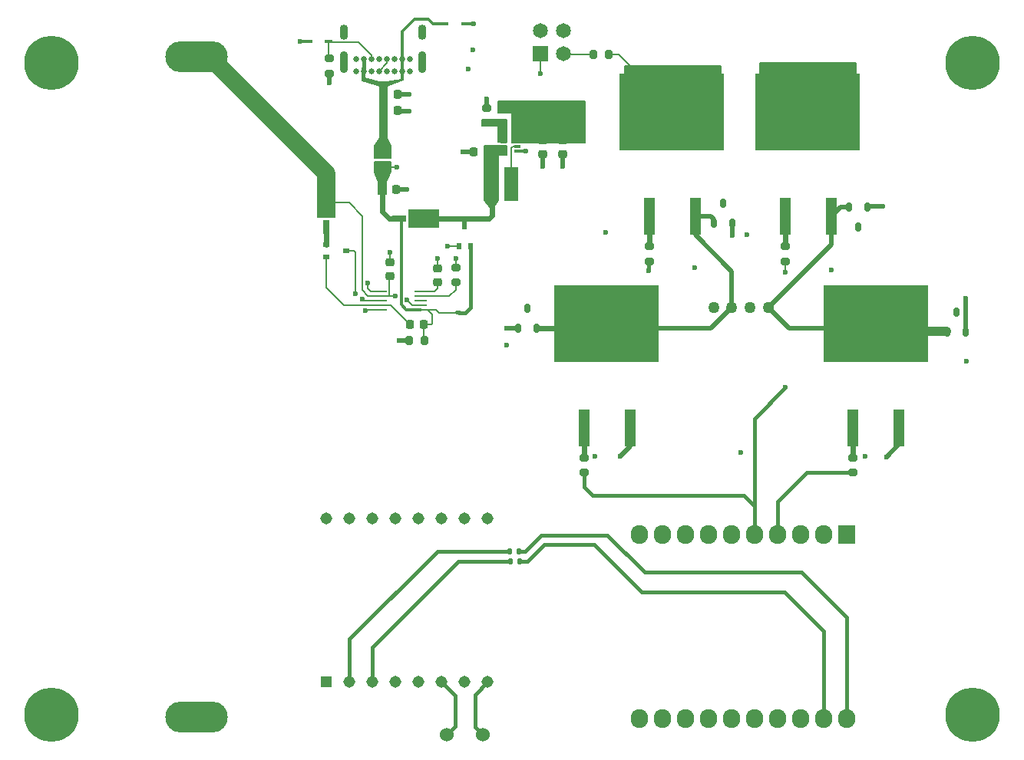
<source format=gbr>
%TF.GenerationSoftware,KiCad,Pcbnew,8.0.0*%
%TF.CreationDate,2025-02-08T12:11:07-03:30*%
%TF.ProjectId,H_Bridges,485f4272-6964-4676-9573-2e6b69636164,rev?*%
%TF.SameCoordinates,Original*%
%TF.FileFunction,Copper,L1,Top*%
%TF.FilePolarity,Positive*%
%FSLAX46Y46*%
G04 Gerber Fmt 4.6, Leading zero omitted, Abs format (unit mm)*
G04 Created by KiCad (PCBNEW 8.0.0) date 2025-02-08 12:11:07*
%MOMM*%
%LPD*%
G01*
G04 APERTURE LIST*
G04 Aperture macros list*
%AMRoundRect*
0 Rectangle with rounded corners*
0 $1 Rounding radius*
0 $2 $3 $4 $5 $6 $7 $8 $9 X,Y pos of 4 corners*
0 Add a 4 corners polygon primitive as box body*
4,1,4,$2,$3,$4,$5,$6,$7,$8,$9,$2,$3,0*
0 Add four circle primitives for the rounded corners*
1,1,$1+$1,$2,$3*
1,1,$1+$1,$4,$5*
1,1,$1+$1,$6,$7*
1,1,$1+$1,$8,$9*
0 Add four rect primitives between the rounded corners*
20,1,$1+$1,$2,$3,$4,$5,0*
20,1,$1+$1,$4,$5,$6,$7,0*
20,1,$1+$1,$6,$7,$8,$9,0*
20,1,$1+$1,$8,$9,$2,$3,0*%
G04 Aperture macros list end*
%TA.AperFunction,Conductor*%
%ADD10C,0.200000*%
%TD*%
%TA.AperFunction,SMDPad,CuDef*%
%ADD11RoundRect,0.200000X0.275000X-0.200000X0.275000X0.200000X-0.275000X0.200000X-0.275000X-0.200000X0*%
%TD*%
%TA.AperFunction,SMDPad,CuDef*%
%ADD12R,1.244600X4.064000*%
%TD*%
%TA.AperFunction,SMDPad,CuDef*%
%ADD13R,11.531600X8.559800*%
%TD*%
%TA.AperFunction,SMDPad,CuDef*%
%ADD14R,1.358900X0.279400*%
%TD*%
%TA.AperFunction,ComponentPad*%
%ADD15C,3.400000*%
%TD*%
%TA.AperFunction,ConnectorPad*%
%ADD16C,6.000000*%
%TD*%
%TA.AperFunction,SMDPad,CuDef*%
%ADD17R,0.500000X0.750000*%
%TD*%
%TA.AperFunction,SMDPad,CuDef*%
%ADD18RoundRect,0.200000X-0.275000X0.200000X-0.275000X-0.200000X0.275000X-0.200000X0.275000X0.200000X0*%
%TD*%
%TA.AperFunction,SMDPad,CuDef*%
%ADD19R,2.082800X3.429000*%
%TD*%
%TA.AperFunction,SMDPad,CuDef*%
%ADD20R,0.711200X1.524000*%
%TD*%
%TA.AperFunction,SMDPad,CuDef*%
%ADD21RoundRect,0.135000X0.135000X0.185000X-0.135000X0.185000X-0.135000X-0.185000X0.135000X-0.185000X0*%
%TD*%
%TA.AperFunction,SMDPad,CuDef*%
%ADD22RoundRect,0.225000X0.225000X0.250000X-0.225000X0.250000X-0.225000X-0.250000X0.225000X-0.250000X0*%
%TD*%
%TA.AperFunction,ComponentPad*%
%ADD23O,6.880000X3.440000*%
%TD*%
%TA.AperFunction,SMDPad,CuDef*%
%ADD24RoundRect,0.225000X-0.225000X-0.250000X0.225000X-0.250000X0.225000X0.250000X-0.225000X0.250000X0*%
%TD*%
%TA.AperFunction,SMDPad,CuDef*%
%ADD25RoundRect,0.150000X0.150000X-0.350000X0.150000X0.350000X-0.150000X0.350000X-0.150000X-0.350000X0*%
%TD*%
%TA.AperFunction,ComponentPad*%
%ADD26C,0.650000*%
%TD*%
%TA.AperFunction,ComponentPad*%
%ADD27O,0.900000X1.700000*%
%TD*%
%TA.AperFunction,ComponentPad*%
%ADD28O,0.900000X2.400000*%
%TD*%
%TA.AperFunction,ComponentPad*%
%ADD29R,1.900000X2.100000*%
%TD*%
%TA.AperFunction,ComponentPad*%
%ADD30O,1.900000X2.100000*%
%TD*%
%TA.AperFunction,SMDPad,CuDef*%
%ADD31R,0.670001X0.299999*%
%TD*%
%TA.AperFunction,ComponentPad*%
%ADD32C,1.524000*%
%TD*%
%TA.AperFunction,SMDPad,CuDef*%
%ADD33RoundRect,0.200000X0.200000X0.275000X-0.200000X0.275000X-0.200000X-0.275000X0.200000X-0.275000X0*%
%TD*%
%TA.AperFunction,ComponentPad*%
%ADD34R,1.308000X1.308000*%
%TD*%
%TA.AperFunction,ComponentPad*%
%ADD35C,1.308000*%
%TD*%
%TA.AperFunction,SMDPad,CuDef*%
%ADD36RoundRect,0.225000X0.250000X-0.225000X0.250000X0.225000X-0.250000X0.225000X-0.250000X-0.225000X0*%
%TD*%
%TA.AperFunction,SMDPad,CuDef*%
%ADD37RoundRect,0.225000X-0.250000X0.225000X-0.250000X-0.225000X0.250000X-0.225000X0.250000X0.225000X0*%
%TD*%
%TA.AperFunction,SMDPad,CuDef*%
%ADD38R,3.429000X2.082800*%
%TD*%
%TA.AperFunction,SMDPad,CuDef*%
%ADD39R,1.524000X0.711200*%
%TD*%
%TA.AperFunction,ComponentPad*%
%ADD40R,1.651000X1.651000*%
%TD*%
%TA.AperFunction,ComponentPad*%
%ADD41C,1.651000*%
%TD*%
%TA.AperFunction,SMDPad,CuDef*%
%ADD42R,0.812800X0.355600*%
%TD*%
%TA.AperFunction,SMDPad,CuDef*%
%ADD43RoundRect,0.200000X-0.200000X-0.275000X0.200000X-0.275000X0.200000X0.275000X-0.200000X0.275000X0*%
%TD*%
%TA.AperFunction,SMDPad,CuDef*%
%ADD44R,1.470000X1.200000*%
%TD*%
%TA.AperFunction,SMDPad,CuDef*%
%ADD45RoundRect,0.150000X-0.150000X0.350000X-0.150000X-0.350000X0.150000X-0.350000X0.150000X0.350000X0*%
%TD*%
%TA.AperFunction,SMDPad,CuDef*%
%ADD46R,0.750000X0.500000*%
%TD*%
%TA.AperFunction,SMDPad,CuDef*%
%ADD47R,1.500000X3.800000*%
%TD*%
%TA.AperFunction,ComponentPad*%
%ADD48C,1.270000*%
%TD*%
%TA.AperFunction,ViaPad*%
%ADD49C,0.600000*%
%TD*%
%TA.AperFunction,Conductor*%
%ADD50C,0.500000*%
%TD*%
%TA.AperFunction,Conductor*%
%ADD51C,0.300000*%
%TD*%
%TA.AperFunction,Conductor*%
%ADD52C,2.000000*%
%TD*%
%TA.AperFunction,Conductor*%
%ADD53C,0.450000*%
%TD*%
%TA.AperFunction,Conductor*%
%ADD54C,0.600000*%
%TD*%
%TA.AperFunction,Conductor*%
%ADD55C,0.400000*%
%TD*%
%TA.AperFunction,Conductor*%
%ADD56C,1.000000*%
%TD*%
G04 APERTURE END LIST*
D10*
%TO.N,/Charger/VBUS*%
X120250000Y-53970000D02*
X121850000Y-54370000D01*
X122650000Y-54370000D01*
X124300000Y-54070000D01*
X124300000Y-52820000D01*
X124450000Y-52820000D01*
X124450000Y-54120000D01*
X122650000Y-54770000D01*
X122650000Y-57820000D01*
X122650000Y-57870000D01*
X121900000Y-57870000D01*
X121900000Y-57580000D01*
X121900000Y-54770000D01*
X120000000Y-54170000D01*
X120000000Y-52770000D01*
X120250000Y-52770000D01*
X120250000Y-53970000D01*
%TA.AperFunction,Conductor*%
G36*
X120250000Y-53970000D02*
G01*
X121850000Y-54370000D01*
X122650000Y-54370000D01*
X124300000Y-54070000D01*
X124300000Y-52820000D01*
X124450000Y-52820000D01*
X124450000Y-54120000D01*
X122650000Y-54770000D01*
X122650000Y-57820000D01*
X122650000Y-57870000D01*
X121900000Y-57870000D01*
X121900000Y-57580000D01*
X121900000Y-54770000D01*
X120000000Y-54170000D01*
X120000000Y-52770000D01*
X120250000Y-52770000D01*
X120250000Y-53970000D01*
G37*
%TD.AperFunction*%
X122640000Y-60530000D02*
X123100000Y-61360000D01*
X123100000Y-62710000D01*
X121300000Y-62710000D01*
X121300000Y-61360000D01*
X121900000Y-60560000D01*
X121890000Y-57570000D01*
X122640000Y-57570000D01*
X122640000Y-60530000D01*
%TA.AperFunction,Conductor*%
G36*
X122640000Y-60530000D02*
G01*
X123100000Y-61360000D01*
X123100000Y-62710000D01*
X121300000Y-62710000D01*
X121300000Y-61360000D01*
X121900000Y-60560000D01*
X121890000Y-57570000D01*
X122640000Y-57570000D01*
X122640000Y-60530000D01*
G37*
%TD.AperFunction*%
%TO.N,+5V*%
X144550000Y-61050000D02*
X136500000Y-61050000D01*
X136500000Y-57750000D01*
X135000000Y-57750000D01*
X135000000Y-56450000D01*
X144550000Y-56450000D01*
X144550000Y-61050000D01*
%TA.AperFunction,Conductor*%
G36*
X144550000Y-61050000D02*
G01*
X136500000Y-61050000D01*
X136500000Y-57750000D01*
X135000000Y-57750000D01*
X135000000Y-56450000D01*
X144550000Y-56450000D01*
X144550000Y-61050000D01*
G37*
%TD.AperFunction*%
%TO.N,VCC*%
X135900000Y-62400000D02*
X135000000Y-62400000D01*
X135000000Y-67400000D01*
X133450000Y-67400000D01*
X133450000Y-61400000D01*
X135900000Y-61400000D01*
X135900000Y-62400000D01*
%TA.AperFunction,Conductor*%
G36*
X135900000Y-62400000D02*
G01*
X135000000Y-62400000D01*
X135000000Y-67400000D01*
X133450000Y-67400000D01*
X133450000Y-61400000D01*
X135900000Y-61400000D01*
X135900000Y-62400000D01*
G37*
%TD.AperFunction*%
%TO.N,VDD*%
X123100000Y-64310000D02*
X122600000Y-65360000D01*
X122600000Y-66710000D01*
X121750000Y-66710000D01*
X121750000Y-65360000D01*
X121300000Y-64360000D01*
X121300000Y-63160000D01*
X123100000Y-63160000D01*
X123100000Y-64310000D01*
%TA.AperFunction,Conductor*%
G36*
X123100000Y-64310000D02*
G01*
X122600000Y-65360000D01*
X122600000Y-66710000D01*
X121750000Y-66710000D01*
X121750000Y-65360000D01*
X121300000Y-64360000D01*
X121300000Y-63160000D01*
X123100000Y-63160000D01*
X123100000Y-64310000D01*
G37*
%TD.AperFunction*%
%TO.N,VCC*%
X135000000Y-67400000D02*
X134450000Y-68150000D01*
X134000000Y-68150000D01*
X133450000Y-67400000D01*
X133450000Y-63000000D01*
X135000000Y-63000000D01*
X135000000Y-67400000D01*
%TA.AperFunction,Conductor*%
G36*
X135000000Y-67400000D02*
G01*
X134450000Y-68150000D01*
X134000000Y-68150000D01*
X133450000Y-67400000D01*
X133450000Y-63000000D01*
X135000000Y-63000000D01*
X135000000Y-67400000D01*
G37*
%TD.AperFunction*%
%TO.N,+5V*%
X148900000Y-52550000D02*
X159500000Y-52550000D01*
X159500000Y-56950000D01*
X148900000Y-56950000D01*
X148900000Y-52550000D01*
%TA.AperFunction,Conductor*%
G36*
X148900000Y-52550000D02*
G01*
X159500000Y-52550000D01*
X159500000Y-56950000D01*
X148900000Y-56950000D01*
X148900000Y-52550000D01*
G37*
%TD.AperFunction*%
%TO.N,Net-(U3-FB)*%
X135900000Y-61000000D02*
X135000000Y-61000000D01*
X135000000Y-59200000D01*
X133200000Y-59200000D01*
X133200000Y-58550000D01*
X135900000Y-58550000D01*
X135900000Y-61000000D01*
%TA.AperFunction,Conductor*%
G36*
X135900000Y-61000000D02*
G01*
X135000000Y-61000000D01*
X135000000Y-59200000D01*
X133200000Y-59200000D01*
X133200000Y-58550000D01*
X135900000Y-58550000D01*
X135900000Y-61000000D01*
G37*
%TD.AperFunction*%
%TO.N,VDD*%
X130800000Y-79950000D02*
X130500000Y-79950000D01*
X130200000Y-79850000D01*
X130200000Y-79800000D01*
X130500000Y-79700000D01*
X130800000Y-79700000D01*
X130800000Y-79950000D01*
%TA.AperFunction,Conductor*%
G36*
X130800000Y-79950000D02*
G01*
X130500000Y-79950000D01*
X130200000Y-79850000D01*
X130200000Y-79800000D01*
X130500000Y-79700000D01*
X130800000Y-79700000D01*
X130800000Y-79950000D01*
G37*
%TD.AperFunction*%
%TO.N,+5V*%
X163850000Y-52250000D02*
X174450000Y-52250000D01*
X174450000Y-56650000D01*
X163850000Y-56650000D01*
X163850000Y-52250000D01*
%TA.AperFunction,Conductor*%
G36*
X163850000Y-52250000D02*
G01*
X174450000Y-52250000D01*
X174450000Y-56650000D01*
X163850000Y-56650000D01*
X163850000Y-52250000D01*
G37*
%TD.AperFunction*%
%TD*%
D11*
%TO.P,R1,1*%
%TO.N,/P1*%
X166640750Y-74165750D03*
%TO.P,R1,2*%
%TO.N,Net-(Q1-Pad1)*%
X166640750Y-72515750D03*
%TD*%
D12*
%TO.P,Q3,1*%
%TO.N,Net-(Q3-Pad1)*%
X151600750Y-69177050D03*
D13*
%TO.P,Q3,2*%
%TO.N,+5V*%
X154089950Y-57658150D03*
D12*
%TO.P,Q3,3*%
%TO.N,/Coil_A-*%
X156680750Y-69177050D03*
%TD*%
D14*
%TO.P,U2,1,IN*%
%TO.N,VDD*%
X126392350Y-79500001D03*
%TO.P,U2,2,\u002ACHG*%
%TO.N,Net-(U2-\u002ACHG)*%
X126392350Y-78999999D03*
%TO.P,U2,3,EN/OK*%
%TO.N,unconnected-(U2-EN{slash}OK-Pad3)*%
X126392350Y-78500000D03*
%TO.P,U2,4,ISET*%
%TO.N,Net-(U2-ISET)*%
X126392350Y-78000001D03*
%TO.P,U2,5,CT*%
%TO.N,Net-(U2-CT)*%
X126392350Y-77499999D03*
%TO.P,U2,6,RSTRT*%
%TO.N,GND*%
X121985450Y-77499999D03*
%TO.P,U2,7,BATT*%
%TO.N,Net-(D10-K)*%
X121985450Y-78000001D03*
%TO.P,U2,8,GND*%
%TO.N,GND*%
X121985450Y-78500000D03*
%TO.P,U2,9,DRV*%
%TO.N,Net-(Q10-G)*%
X121985450Y-78999999D03*
%TO.P,U2,10,CS*%
%TO.N,Net-(Q10-S)*%
X121985450Y-79500001D03*
%TD*%
D15*
%TO.P,H4,1*%
%TO.N,unconnected-(H4-Pad1)*%
X187300000Y-124200000D03*
D16*
X187300000Y-124200000D03*
%TD*%
D17*
%TO.P,Q9,1,D*%
%TO.N,Net-(D10-K)*%
X130600000Y-72450000D03*
%TO.P,Q9,2,G*%
%TO.N,VDD*%
X131900000Y-72450000D03*
%TO.P,Q9,3,S*%
%TO.N,VCC*%
X131250000Y-70250000D03*
%TD*%
D15*
%TO.P,H1,1*%
%TO.N,unconnected-(H1-Pad1)*%
X187300000Y-52250000D03*
D16*
X187300000Y-52250000D03*
%TD*%
D11*
%TO.P,R4,1*%
%TO.N,/P1*%
X144440750Y-97465750D03*
%TO.P,R4,2*%
%TO.N,Net-(Q4-Pad1)*%
X144440750Y-95815750D03*
%TD*%
%TO.P,R2,1*%
%TO.N,/P2*%
X174100000Y-97475000D03*
%TO.P,R2,2*%
%TO.N,Net-(Q2-Pad1)*%
X174100000Y-95825000D03*
%TD*%
D18*
%TO.P,R14,1*%
%TO.N,/Charger/CC2*%
X116300000Y-51745000D03*
%TO.P,R14,2*%
%TO.N,GND*%
X116300000Y-53395000D03*
%TD*%
D19*
%TO.P,D10,1,K*%
%TO.N,Net-(D10-K)*%
X115997500Y-67647500D03*
D20*
%TO.P,D10,2,A*%
%TO.N,Net-(D10-A)*%
X115997500Y-70327200D03*
%TD*%
D12*
%TO.P,Q2,1*%
%TO.N,Net-(Q2-Pad1)*%
X174100750Y-92566950D03*
D13*
%TO.P,Q2,2*%
%TO.N,/Coil_A+*%
X176589950Y-81048050D03*
D12*
%TO.P,Q2,3*%
%TO.N,GND*%
X179180750Y-92566950D03*
%TD*%
D21*
%TO.P,R10,1*%
%TO.N,/MP3_TX*%
X137310000Y-107300000D03*
%TO.P,R10,2*%
%TO.N,Net-(U4-TX)*%
X136290000Y-107300000D03*
%TD*%
D15*
%TO.P,H3,1*%
%TO.N,unconnected-(H3-Pad1)*%
X85700000Y-124200000D03*
D16*
X85700000Y-124200000D03*
%TD*%
D22*
%TO.P,C2,1*%
%TO.N,VDD*%
X126775000Y-81150000D03*
%TO.P,C2,2*%
%TO.N,Net-(Q10-G)*%
X125225000Y-81150000D03*
%TD*%
D23*
%TO.P,BT1,N*%
%TO.N,GND*%
X101700000Y-124450000D03*
%TO.P,BT1,P*%
%TO.N,Net-(D10-K)*%
X101700000Y-51550000D03*
%TD*%
D15*
%TO.P,H2,1*%
%TO.N,unconnected-(H2-Pad1)*%
X85700000Y-52250000D03*
D16*
X85700000Y-52250000D03*
%TD*%
D24*
%TO.P,C5,1*%
%TO.N,/Charger/VBUS*%
X122275000Y-57530000D03*
%TO.P,C5,2*%
%TO.N,GND*%
X123825000Y-57530000D03*
%TD*%
D18*
%TO.P,R3,1*%
%TO.N,Net-(Q3-Pad1)*%
X151600000Y-72515750D03*
%TO.P,R3,2*%
%TO.N,/P2*%
X151600000Y-74165750D03*
%TD*%
D25*
%TO.P,D4,1,A*%
%TO.N,GND*%
X137170000Y-81550000D03*
%TO.P,D4,2,C*%
%TO.N,/Coil_A-*%
X139230000Y-81550000D03*
%TO.P,D4,3*%
%TO.N,N/C*%
X138200000Y-79350000D03*
%TD*%
D26*
%TO.P,J2,A1,GND*%
%TO.N,GND*%
X125225000Y-53180000D03*
%TO.P,J2,A4,VBUS*%
%TO.N,/Charger/VBUS*%
X124375000Y-53180000D03*
%TO.P,J2,A5,CC1*%
%TO.N,/Charger/CC1*%
X123525000Y-53180000D03*
%TO.P,J2,A6,DP1*%
%TO.N,/Charger/DP*%
X122675000Y-53180000D03*
%TO.P,J2,A7,DN1*%
%TO.N,/Charger/DN*%
X121825000Y-53180000D03*
%TO.P,J2,A8,SBU1*%
%TO.N,unconnected-(J2-SBU1-PadA8)*%
X120975000Y-53180000D03*
%TO.P,J2,A9,VBUS*%
%TO.N,/Charger/VBUS*%
X120125000Y-53180000D03*
%TO.P,J2,A12,GND*%
%TO.N,GND*%
X119275000Y-53180000D03*
%TO.P,J2,B1,GND*%
X119275000Y-51830000D03*
%TO.P,J2,B4,VBUS*%
%TO.N,/Charger/VBUS*%
X120125000Y-51830000D03*
%TO.P,J2,B5,CC2*%
%TO.N,/Charger/CC2*%
X120975000Y-51830000D03*
%TO.P,J2,B6,DP2*%
%TO.N,/Charger/DP*%
X121825000Y-51830000D03*
%TO.P,J2,B7,DN2*%
%TO.N,/Charger/DN*%
X122675000Y-51830000D03*
%TO.P,J2,B8,SBU2*%
%TO.N,unconnected-(J2-SBU2-PadB8)*%
X123525000Y-51830000D03*
%TO.P,J2,B9,VBUS*%
%TO.N,/Charger/VBUS*%
X124375000Y-51830000D03*
%TO.P,J2,B12,GND*%
%TO.N,GND*%
X125225000Y-51830000D03*
D27*
%TO.P,J2,S1,SHELL*%
X126575000Y-48820000D03*
%TO.P,J2,S2,SHELL*%
X117925000Y-48820000D03*
D28*
%TO.P,J2,S3,SHELL*%
X126575000Y-52200000D03*
%TO.P,J2,S4,SHELL*%
X117925000Y-52200000D03*
%TD*%
D29*
%TO.P,U1,1,RESET_5V*%
%TO.N,unconnected-(U1-RESET_5V-Pad1)*%
X173390000Y-104300000D03*
D30*
%TO.P,U1,2,ADC*%
%TO.N,unconnected-(U1-ADC-Pad2)*%
X170850000Y-104300000D03*
%TO.P,U1,3,CH_PD*%
%TO.N,unconnected-(U1-CH_PD-Pad3)*%
X168310000Y-104300000D03*
%TO.P,U1,4,GPIO16*%
%TO.N,/P2*%
X165770000Y-104300000D03*
%TO.P,U1,5,GPIO14*%
%TO.N,/P1*%
X163230000Y-104300000D03*
%TO.P,U1,6,GPIO12*%
%TO.N,/P3*%
X160690000Y-104300000D03*
%TO.P,U1,7,GPIO13*%
%TO.N,/P4*%
X158150000Y-104300000D03*
%TO.P,U1,8,VIN*%
%TO.N,unconnected-(U1-VIN-Pad8)*%
X155610000Y-104300000D03*
%TO.P,U1,9,VBAT*%
%TO.N,+5V*%
X153070000Y-104300000D03*
%TO.P,U1,10,GND*%
%TO.N,GND*%
X150530000Y-104300000D03*
%TO.P,U1,11,GND*%
X150530000Y-124620000D03*
%TO.P,U1,12,LDO_EN*%
%TO.N,unconnected-(U1-LDO_EN-Pad12)*%
X153070000Y-124620000D03*
%TO.P,U1,13,3.3V*%
%TO.N,+3V3*%
X155610000Y-124620000D03*
%TO.P,U1,14,GPIO15*%
%TO.N,unconnected-(U1-GPIO15-Pad14)*%
X158150000Y-124620000D03*
%TO.P,U1,15,GPIO2*%
%TO.N,unconnected-(U1-GPIO2-Pad15)*%
X160690000Y-124620000D03*
%TO.P,U1,16,GPIO0*%
%TO.N,unconnected-(U1-GPIO0-Pad16)*%
X163230000Y-124620000D03*
%TO.P,U1,17,GPIO4*%
%TO.N,unconnected-(U1-GPIO4-Pad17)*%
X165770000Y-124620000D03*
%TO.P,U1,18,GPIO5*%
%TO.N,unconnected-(U1-GPIO5-Pad18)*%
X168310000Y-124620000D03*
%TO.P,U1,19,RXD*%
%TO.N,/MP3_TX*%
X170850000Y-124620000D03*
%TO.P,U1,20,TXD*%
%TO.N,/MP3_RX*%
X173390000Y-124620000D03*
%TD*%
D31*
%TO.P,U3,1,FB*%
%TO.N,Net-(U3-FB)*%
X135559999Y-60950832D03*
%TO.P,U3,2,EN*%
%TO.N,VCC*%
X135559999Y-61450831D03*
%TO.P,U3,3,VIN*%
X135559999Y-61950833D03*
%TO.P,U3,4,GND*%
%TO.N,GND*%
X137040001Y-61950833D03*
%TO.P,U3,5,SW*%
%TO.N,Net-(U3-SW)*%
X137040001Y-61450831D03*
%TO.P,U3,6,VOUT*%
%TO.N,+5V*%
X137040001Y-60950832D03*
%TD*%
D12*
%TO.P,Q4,1*%
%TO.N,Net-(Q4-Pad1)*%
X144400750Y-92566950D03*
D13*
%TO.P,Q4,2*%
%TO.N,/Coil_A-*%
X146889950Y-81048050D03*
D12*
%TO.P,Q4,3*%
%TO.N,GND*%
X149480750Y-92566950D03*
%TD*%
%TO.P,Q1,1*%
%TO.N,Net-(Q1-Pad1)*%
X166600750Y-69177050D03*
D13*
%TO.P,Q1,2*%
%TO.N,+5V*%
X169089950Y-57658150D03*
D12*
%TO.P,Q1,3*%
%TO.N,/Coil_A+*%
X171680750Y-69177050D03*
%TD*%
D18*
%TO.P,R15,1*%
%TO.N,+5V*%
X135400000Y-57275000D03*
%TO.P,R15,2*%
%TO.N,Net-(U3-FB)*%
X135400000Y-58925000D03*
%TD*%
D21*
%TO.P,R9,1*%
%TO.N,/MP3_RX*%
X137260000Y-106150000D03*
%TO.P,R9,2*%
%TO.N,Net-(U4-RX)*%
X136240000Y-106150000D03*
%TD*%
D22*
%TO.P,C8,1*%
%TO.N,VCC*%
X133800000Y-62050834D03*
%TO.P,C8,2*%
%TO.N,GND*%
X132250000Y-62050834D03*
%TD*%
D32*
%TO.P,LS1,1,1*%
%TO.N,/SPK+*%
X129250000Y-126450000D03*
%TO.P,LS1,2,2*%
%TO.N,/SPK-*%
X133250000Y-126450000D03*
%TD*%
D33*
%TO.P,R12,1*%
%TO.N,VDD*%
X126825000Y-82900000D03*
%TO.P,R12,2*%
%TO.N,GND*%
X125175000Y-82900000D03*
%TD*%
D34*
%TO.P,U4,1,VCC*%
%TO.N,+3V3*%
X116000000Y-120600000D03*
D35*
%TO.P,U4,2,RX*%
%TO.N,Net-(U4-RX)*%
X118540000Y-120600000D03*
%TO.P,U4,3,TX*%
%TO.N,Net-(U4-TX)*%
X121080000Y-120600000D03*
%TO.P,U4,4,DAC_R*%
%TO.N,unconnected-(U4-DAC_R-Pad4)*%
X123620000Y-120600000D03*
%TO.P,U4,5,DAC_L*%
%TO.N,unconnected-(U4-DAC_L-Pad5)*%
X126160000Y-120600000D03*
%TO.P,U4,6,SPK1*%
%TO.N,/SPK+*%
X128700000Y-120600000D03*
%TO.P,U4,7,GND*%
%TO.N,GND*%
X131240000Y-120600000D03*
%TO.P,U4,8,SPK2*%
%TO.N,/SPK-*%
X133780000Y-120600000D03*
%TO.P,U4,9,IO1*%
%TO.N,unconnected-(U4-IO1-Pad9)*%
X133780000Y-102566000D03*
%TO.P,U4,10,GND__1*%
%TO.N,GND*%
X131240000Y-102566000D03*
%TO.P,U4,11,IO2*%
%TO.N,unconnected-(U4-IO2-Pad11)*%
X128700000Y-102566000D03*
%TO.P,U4,12,ADKEY1*%
%TO.N,unconnected-(U4-ADKEY1-Pad12)*%
X126160000Y-102566000D03*
%TO.P,U4,13,ADKEY2*%
%TO.N,unconnected-(U4-ADKEY2-Pad13)*%
X123620000Y-102566000D03*
%TO.P,U4,14,USB+*%
%TO.N,unconnected-(U4-USB+-Pad14)*%
X121080000Y-102566000D03*
%TO.P,U4,15,USB-*%
%TO.N,unconnected-(U4-USB--Pad15)*%
X118540000Y-102566000D03*
%TO.P,U4,16,BUSY*%
%TO.N,unconnected-(U4-BUSY-Pad16)*%
X116000000Y-102566000D03*
%TD*%
D36*
%TO.P,C1,1*%
%TO.N,Net-(U2-CT)*%
X128275566Y-76475834D03*
%TO.P,C1,2*%
%TO.N,GND*%
X128275566Y-74925834D03*
%TD*%
D11*
%TO.P,R16,1*%
%TO.N,Net-(U3-FB)*%
X133700000Y-58875834D03*
%TO.P,R16,2*%
%TO.N,GND*%
X133700000Y-57225834D03*
%TD*%
D37*
%TO.P,C9,1*%
%TO.N,+5V*%
X142100000Y-60775834D03*
%TO.P,C9,2*%
%TO.N,GND*%
X142100000Y-62325834D03*
%TD*%
D25*
%TO.P,D1,1,A*%
%TO.N,/Coil_A+*%
X184470000Y-81930000D03*
%TO.P,D1,2,C*%
%TO.N,+5V*%
X186530000Y-81930000D03*
%TO.P,D1,3*%
%TO.N,N/C*%
X185500000Y-79730000D03*
%TD*%
D38*
%TO.P,D11,1,K*%
%TO.N,VCC*%
X126720700Y-69450000D03*
D39*
%TO.P,D11,2,A*%
%TO.N,VDD*%
X124041000Y-69450000D03*
%TD*%
D40*
%TO.P,LED1,1,1*%
%TO.N,GND*%
X139611000Y-51267200D03*
D41*
%TO.P,LED1,2,2*%
%TO.N,Net-(LED1-Pad2)*%
X142151000Y-51267200D03*
%TO.P,LED1,3,3*%
%TO.N,Net-(U2-\u002ACHG)*%
X139611000Y-48727200D03*
%TO.P,LED1,4,4*%
%TO.N,VDD*%
X142151000Y-48727200D03*
%TD*%
D25*
%TO.P,D3,1,A*%
%TO.N,/Coil_A-*%
X158710750Y-69940750D03*
%TO.P,D3,2,C*%
%TO.N,+5V*%
X160770750Y-69940750D03*
%TO.P,D3,3*%
%TO.N,N/C*%
X159740750Y-67740750D03*
%TD*%
D42*
%TO.P,D14,1,K*%
%TO.N,/Charger/CC2*%
X116267600Y-49920000D03*
%TO.P,D14,2,A*%
%TO.N,GND*%
X114032400Y-49920000D03*
%TD*%
D43*
%TO.P,R17,1*%
%TO.N,Net-(LED1-Pad2)*%
X145475000Y-51350000D03*
%TO.P,R17,2*%
%TO.N,+5V*%
X147125000Y-51350000D03*
%TD*%
D44*
%TO.P,FB1,1*%
%TO.N,/Charger/VBUS*%
X122200000Y-62050000D03*
%TO.P,FB1,2*%
%TO.N,VDD*%
X122200000Y-63770000D03*
%TD*%
D45*
%TO.P,D2,1,A*%
%TO.N,GND*%
X175700750Y-68140750D03*
%TO.P,D2,2,C*%
%TO.N,/Coil_A+*%
X173640750Y-68140750D03*
%TO.P,D2,3*%
%TO.N,N/C*%
X174670750Y-70340750D03*
%TD*%
D46*
%TO.P,Q10,1,D*%
%TO.N,Net-(D10-A)*%
X116000000Y-72350000D03*
%TO.P,Q10,2,G*%
%TO.N,Net-(Q10-G)*%
X116000000Y-73650000D03*
%TO.P,Q10,3,S*%
%TO.N,Net-(Q10-S)*%
X118200000Y-73000000D03*
%TD*%
D24*
%TO.P,C4,1*%
%TO.N,/Charger/VBUS*%
X122275000Y-55680000D03*
%TO.P,C4,2*%
%TO.N,GND*%
X123825000Y-55680000D03*
%TD*%
%TO.P,C6,1*%
%TO.N,VDD*%
X122175000Y-66260000D03*
%TO.P,C6,2*%
%TO.N,GND*%
X123725000Y-66260000D03*
%TD*%
D36*
%TO.P,C3,1*%
%TO.N,Net-(D10-K)*%
X123000000Y-75825000D03*
%TO.P,C3,2*%
%TO.N,GND*%
X123000000Y-74275000D03*
%TD*%
D11*
%TO.P,R11,1*%
%TO.N,Net-(U2-ISET)*%
X130275566Y-76500834D03*
%TO.P,R11,2*%
%TO.N,GND*%
X130275566Y-74850834D03*
%TD*%
D42*
%TO.P,D12,1,K*%
%TO.N,/Charger/VBUS*%
X129042400Y-47940000D03*
%TO.P,D12,2,A*%
%TO.N,GND*%
X131277600Y-47940000D03*
%TD*%
D37*
%TO.P,C7,1*%
%TO.N,+5V*%
X139900000Y-60775834D03*
%TO.P,C7,2*%
%TO.N,GND*%
X139900000Y-62325834D03*
%TD*%
D47*
%TO.P,L1,1*%
%TO.N,VCC*%
X134100000Y-65600000D03*
%TO.P,L1,2*%
%TO.N,Net-(U3-SW)*%
X136400000Y-65600000D03*
%TD*%
D48*
%TO.P,J1,1,1*%
%TO.N,/Coil_A+*%
X164735849Y-79223350D03*
%TO.P,J1,2,2*%
%TO.N,/Coil_B-*%
X162735850Y-79223350D03*
%TO.P,J1,3,3*%
%TO.N,/Coil_A-*%
X160735849Y-79223350D03*
%TO.P,J1,4,4*%
%TO.N,/Coil_B+*%
X158735851Y-79223350D03*
%TD*%
D49*
%TO.N,GND*%
X177400000Y-68100000D03*
X139600000Y-53450000D03*
X124050000Y-82900000D03*
X177800000Y-95750000D03*
X132270000Y-47940000D03*
X135859250Y-81559250D03*
X133700000Y-56200000D03*
X138000000Y-61950000D03*
X124925000Y-66260000D03*
X131100000Y-62050000D03*
X125125000Y-57580000D03*
X113100000Y-49920000D03*
X116300000Y-54420000D03*
X142100000Y-63650000D03*
X130289734Y-73800834D03*
X125125000Y-55680000D03*
X148450000Y-95650000D03*
X139900000Y-63650000D03*
X128289734Y-73800834D03*
X119950000Y-78300000D03*
X120550000Y-76550000D03*
X123000000Y-73200000D03*
X145600000Y-95650000D03*
X175400000Y-95700000D03*
X132180000Y-50790000D03*
X186600000Y-85200000D03*
X135930000Y-83400000D03*
X131627600Y-52910000D03*
%TO.N,Net-(D10-K)*%
X123600000Y-78000000D03*
X129350000Y-72450000D03*
%TO.N,VDD*%
X123800000Y-63750000D03*
%TO.N,+5V*%
X168392860Y-52800000D03*
X150950000Y-52800000D03*
X165964290Y-52800000D03*
X153378570Y-52800000D03*
X144150000Y-58214285D03*
X173250000Y-52800000D03*
X144150000Y-60642855D03*
X170821430Y-52800000D03*
X144150000Y-57000000D03*
X154592855Y-52800000D03*
X186550000Y-78200000D03*
X152164285Y-52800000D03*
X155807140Y-52800000D03*
X167178575Y-52800000D03*
X157021425Y-52800000D03*
X160800000Y-71300000D03*
X169607145Y-52800000D03*
X164750000Y-52800000D03*
X144150000Y-59428570D03*
X172035715Y-52800000D03*
X149735710Y-52800000D03*
X158235710Y-52800000D03*
X162400000Y-71200000D03*
X146800000Y-70950000D03*
%TO.N,Net-(Q10-S)*%
X119250000Y-77700000D03*
X120350000Y-79599999D03*
%TO.N,/P1*%
X166650000Y-88100000D03*
X166600000Y-75400000D03*
%TO.N,/P2*%
X151550000Y-75200000D03*
%TO.N,/P3*%
X156650000Y-74850000D03*
%TO.N,/P4*%
X171700000Y-75100000D03*
X161750000Y-95250000D03*
%TO.N,Net-(U2-\u002ACHG)*%
X124900000Y-78400000D03*
%TD*%
D10*
%TO.N,GND*%
X136909250Y-81540750D02*
X136900000Y-81550000D01*
X121985450Y-77499999D02*
X120899999Y-77499999D01*
X139611000Y-51267200D02*
X139611000Y-53439000D01*
D50*
X179180750Y-94369250D02*
X179180750Y-92566950D01*
X124050000Y-82900000D02*
X125175000Y-82900000D01*
X132250000Y-62050834D02*
X131100834Y-62050834D01*
D51*
X114032400Y-49920000D02*
X113100000Y-49920000D01*
D10*
X137999167Y-61950833D02*
X138000000Y-61950000D01*
X120150000Y-78500000D02*
X119950000Y-78300000D01*
D51*
X137040001Y-61950833D02*
X137999167Y-61950833D01*
D50*
X148450000Y-95650000D02*
X149480750Y-94619250D01*
X125125000Y-57580000D02*
X123925000Y-57580000D01*
X139900000Y-62325834D02*
X139900000Y-63650000D01*
D10*
X130289734Y-74836666D02*
X130275566Y-74850834D01*
D50*
X125125000Y-55680000D02*
X123925000Y-55680000D01*
D10*
X128289734Y-73800834D02*
X128289734Y-74911666D01*
D51*
X132270000Y-47940000D02*
X131277600Y-47940000D01*
D50*
X177800000Y-95750000D02*
X179180750Y-94369250D01*
X133700000Y-56200000D02*
X133700000Y-57225834D01*
D10*
X121985450Y-78500000D02*
X120150000Y-78500000D01*
X175741500Y-68100000D02*
X175700750Y-68140750D01*
X120550000Y-77150000D02*
X120550000Y-76550000D01*
X120899999Y-77499999D02*
X120550000Y-77150000D01*
X123000000Y-73200000D02*
X123000000Y-74275000D01*
D50*
X116300000Y-53395000D02*
X116300000Y-54420000D01*
X149480750Y-94619250D02*
X149480750Y-92566950D01*
X137170000Y-81550000D02*
X135868500Y-81550000D01*
X142100000Y-62325834D02*
X142100000Y-63650000D01*
D10*
X128289734Y-74911666D02*
X128275566Y-74925834D01*
X139611000Y-53439000D02*
X139600000Y-53450000D01*
X130289734Y-73800834D02*
X130289734Y-74836666D01*
D50*
X177400000Y-68100000D02*
X175741500Y-68100000D01*
X124925000Y-66260000D02*
X123725000Y-66260000D01*
D10*
X131100834Y-62050834D02*
X131100000Y-62050000D01*
%TO.N,Net-(D10-K)*%
X121985450Y-78000001D02*
X120600001Y-78000001D01*
X123600000Y-78000000D02*
X121985450Y-78000001D01*
X122964900Y-77900001D02*
X122964900Y-75989900D01*
D52*
X115997500Y-64447500D02*
X103100000Y-51550000D01*
D10*
X122864900Y-78000001D02*
X122964900Y-77900001D01*
X129350000Y-72450000D02*
X130600000Y-72450000D01*
X118247500Y-67647500D02*
X115997500Y-67647500D01*
D52*
X115997500Y-67647500D02*
X115997500Y-64447500D01*
D10*
X118300000Y-67700000D02*
X118247500Y-67647500D01*
X119950000Y-69150000D02*
X118500000Y-67700000D01*
X119950000Y-77350000D02*
X119950000Y-69150000D01*
X121985450Y-78000001D02*
X122864900Y-78000001D01*
X122964900Y-75989900D02*
X122900000Y-75925000D01*
X118500000Y-67700000D02*
X118300000Y-67700000D01*
X103100000Y-51550000D02*
X101700000Y-51550000D01*
X120600001Y-78000001D02*
X119950000Y-77350000D01*
%TO.N,Net-(U2-CT)*%
X128275566Y-77124434D02*
X127900000Y-77500000D01*
X127900000Y-77500000D02*
X126392350Y-77499999D01*
X128275566Y-76475834D02*
X128275566Y-77124434D01*
%TO.N,VDD*%
X127550000Y-81150000D02*
X126775000Y-81150000D01*
X128100001Y-79500001D02*
X126392350Y-79500001D01*
D53*
X131900000Y-72450000D02*
X131900000Y-79250000D01*
D10*
X122220000Y-63750000D02*
X122200000Y-63770000D01*
X127650000Y-80000000D02*
X127650000Y-81050000D01*
D54*
X122950000Y-69450000D02*
X124041000Y-69450000D01*
D51*
X124041000Y-69310301D02*
X124250000Y-69519301D01*
D10*
X130600000Y-79822500D02*
X128422500Y-79822500D01*
D51*
X124250000Y-78910301D02*
X124839699Y-79500000D01*
D10*
X128422500Y-79822500D02*
X128100001Y-79500001D01*
X123800000Y-63750000D02*
X122220000Y-63750000D01*
D54*
X122175000Y-68675000D02*
X122950000Y-69450000D01*
D10*
X127650000Y-81050000D02*
X127550000Y-81150000D01*
X126392350Y-79500001D02*
X127150001Y-79500001D01*
X126775000Y-81150000D02*
X126775000Y-82850000D01*
D53*
X131327500Y-79822500D02*
X130600000Y-79822500D01*
D10*
X127150001Y-79500001D02*
X127650000Y-80000000D01*
D51*
X124250000Y-69519301D02*
X124250000Y-78910301D01*
D53*
X131900000Y-79250000D02*
X131327500Y-79822500D01*
D10*
X126775000Y-82850000D02*
X126825000Y-82900000D01*
D51*
X124839699Y-79500000D02*
X126392350Y-79500000D01*
D54*
X122175000Y-66260000D02*
X122175000Y-68675000D01*
D10*
%TO.N,Net-(Q10-G)*%
X123100000Y-79000000D02*
X121985450Y-78999999D01*
X117950000Y-79000000D02*
X121985450Y-78999999D01*
X125225000Y-81150000D02*
X125225000Y-81125000D01*
X116000000Y-77050000D02*
X117950000Y-79000000D01*
X116000000Y-73650000D02*
X116000000Y-77050000D01*
X125225000Y-81125000D02*
X123100000Y-79000000D01*
D51*
%TO.N,/Charger/VBUS*%
X127230000Y-47450000D02*
X127720000Y-47940000D01*
X125720000Y-47450000D02*
X127230000Y-47450000D01*
D50*
X122275000Y-55680000D02*
X122275000Y-57530000D01*
D51*
X124375000Y-48795000D02*
X125720000Y-47450000D01*
X127720000Y-47940000D02*
X129042400Y-47940000D01*
X124375000Y-51830000D02*
X124375000Y-53180000D01*
D55*
X120125000Y-51830000D02*
X120125000Y-53180000D01*
D51*
X124375000Y-51830000D02*
X124375000Y-48795000D01*
D50*
%TO.N,+5V*%
X160770750Y-69940750D02*
X160770750Y-71270750D01*
D10*
X148285710Y-51350000D02*
X149735710Y-52800000D01*
X160770750Y-71270750D02*
X160800000Y-71300000D01*
X147125000Y-51350000D02*
X148285710Y-51350000D01*
X186530000Y-78220000D02*
X186550000Y-78200000D01*
D50*
X186530000Y-81930000D02*
X186530000Y-78220000D01*
%TO.N,VCC*%
X126720700Y-69450000D02*
X128450000Y-69450000D01*
D54*
X134250000Y-65650000D02*
X134250000Y-69100000D01*
D50*
X131150000Y-69450000D02*
X131250000Y-69550000D01*
X131250000Y-69550000D02*
X131250000Y-70250000D01*
D54*
X133900000Y-69450000D02*
X126720700Y-69450000D01*
D50*
X128450000Y-69450000D02*
X130150000Y-69450000D01*
X126720700Y-69450000D02*
X131150000Y-69450000D01*
D54*
X134250000Y-69100000D02*
X133900000Y-69450000D01*
D10*
%TO.N,/Coil_A+*%
X184470000Y-81930000D02*
X184440000Y-81900000D01*
D50*
X172709250Y-68140750D02*
X171680750Y-69169250D01*
X173640750Y-68140750D02*
X172709250Y-68140750D01*
X171680750Y-69169250D02*
X171680750Y-69177050D01*
X171680750Y-72278449D02*
X164735849Y-79223350D01*
X171680750Y-69177050D02*
X171680750Y-72278449D01*
X167043149Y-81530650D02*
X164735849Y-79223350D01*
D10*
X177010100Y-81900000D02*
X176640750Y-81530650D01*
D50*
X176640750Y-81530650D02*
X167043149Y-81530650D01*
D56*
X184440000Y-81900000D02*
X177010100Y-81900000D01*
D10*
%TO.N,/Coil_A-*%
X146940750Y-81530650D02*
X145730650Y-81530650D01*
D54*
X139239250Y-81540750D02*
X139230000Y-81550000D01*
D50*
X158377050Y-69177050D02*
X156680750Y-69177050D01*
X158428549Y-81530650D02*
X160735849Y-79223350D01*
X160735849Y-75314151D02*
X160735849Y-79223350D01*
X146940750Y-81530650D02*
X158428549Y-81530650D01*
D10*
X145730650Y-81530650D02*
X145720550Y-81540750D01*
D50*
X158710750Y-69510750D02*
X158377050Y-69177050D01*
X158710750Y-69940750D02*
X158710750Y-69510750D01*
X160735849Y-75285849D02*
X156680750Y-71230750D01*
X160735849Y-75314151D02*
X160735849Y-75285849D01*
D54*
X145720550Y-81540750D02*
X139239250Y-81540750D01*
D50*
X156680750Y-71230750D02*
X156680750Y-69177050D01*
D54*
%TO.N,Net-(D10-A)*%
X115997500Y-70327200D02*
X115997500Y-72347500D01*
D10*
X115997500Y-72347500D02*
X116000000Y-72350000D01*
%TO.N,/Charger/CC2*%
X120975000Y-51830000D02*
X120975000Y-51370381D01*
X119574619Y-49970000D02*
X116000000Y-49970000D01*
X116267600Y-49920000D02*
X116267600Y-51712600D01*
X116050000Y-49920000D02*
X116267600Y-49920000D01*
X116000000Y-49970000D02*
X116050000Y-49920000D01*
X116267600Y-51712600D02*
X116300000Y-51745000D01*
X120975000Y-51370381D02*
X119574619Y-49970000D01*
%TO.N,/Charger/DN*%
X122675000Y-51830000D02*
X122675000Y-52289619D01*
X122675000Y-52289619D02*
X121825000Y-53139619D01*
X121825000Y-53139619D02*
X121825000Y-53180000D01*
%TO.N,Net-(U3-SW)*%
X136400000Y-65600000D02*
X136400000Y-61650000D01*
X136400000Y-61650000D02*
X136599169Y-61450831D01*
X136599169Y-61450831D02*
X137040001Y-61450831D01*
D54*
%TO.N,Net-(Q1-Pad1)*%
X166600750Y-69177050D02*
X166600750Y-72475750D01*
D10*
X166600750Y-72475750D02*
X166640750Y-72515750D01*
D54*
%TO.N,Net-(Q2-Pad1)*%
X174100750Y-92566950D02*
X174100750Y-95824250D01*
D10*
X174100750Y-95824250D02*
X174100000Y-95825000D01*
D54*
%TO.N,Net-(Q3-Pad1)*%
X151600750Y-69177050D02*
X151600750Y-72455750D01*
D10*
X151600750Y-72455750D02*
X151540750Y-72515750D01*
D54*
%TO.N,Net-(Q4-Pad1)*%
X144400750Y-92566950D02*
X144400750Y-95775750D01*
D10*
X144400750Y-95775750D02*
X144440750Y-95815750D01*
%TO.N,Net-(Q10-S)*%
X119250000Y-73200000D02*
X119050000Y-73000000D01*
X120449999Y-79500000D02*
X121985450Y-79500001D01*
X119250000Y-77700000D02*
X119250000Y-73200000D01*
X119050000Y-73000000D02*
X118200000Y-73000000D01*
X120350000Y-79599999D02*
X120449999Y-79500000D01*
D55*
%TO.N,/P1*%
X162050000Y-100000000D02*
X163201200Y-101151200D01*
X145350000Y-100000000D02*
X162050000Y-100000000D01*
X144440750Y-97465750D02*
X144440750Y-99090750D01*
X166650000Y-88100000D02*
X163201200Y-91548800D01*
X163201200Y-101151200D02*
X163201200Y-104280000D01*
D10*
X166600000Y-74206500D02*
X166640750Y-74165750D01*
X166600000Y-75400000D02*
X166600000Y-74206500D01*
D55*
X144440750Y-99090750D02*
X145350000Y-100000000D01*
X163201200Y-91548800D02*
X163201200Y-104280000D01*
%TO.N,/P2*%
X165750000Y-100700000D02*
X165750000Y-100900000D01*
D10*
X151550000Y-74175000D02*
X151540750Y-74165750D01*
D55*
X168975000Y-97475000D02*
X165750000Y-100700000D01*
X151550000Y-75200000D02*
X151550000Y-74175000D01*
D10*
X165750000Y-100900000D02*
X165741200Y-100908800D01*
D55*
X165741200Y-100908800D02*
X165741200Y-104280000D01*
X174100000Y-97475000D02*
X168975000Y-97475000D01*
D10*
%TO.N,Net-(U2-ISET)*%
X130275566Y-76500834D02*
X130275566Y-77274434D01*
X130275566Y-77274434D02*
X129550000Y-78000000D01*
X129550000Y-78000000D02*
X126392350Y-78000001D01*
%TO.N,Net-(LED1-Pad2)*%
X145475000Y-51350000D02*
X142233800Y-51350000D01*
X142233800Y-51350000D02*
X142151000Y-51267200D01*
D55*
%TO.N,/SPK-*%
X132400000Y-121980000D02*
X133780000Y-120600000D01*
X133250000Y-126450000D02*
X132400000Y-125600000D01*
X132400000Y-125600000D02*
X132400000Y-121980000D01*
D10*
%TO.N,Net-(U2-\u002ACHG)*%
X124900000Y-78400000D02*
X125499999Y-78999999D01*
X125499999Y-78999999D02*
X125992350Y-78999999D01*
D55*
%TO.N,/SPK+*%
X130230000Y-122130000D02*
X128700000Y-120600000D01*
X130230000Y-125470000D02*
X130230000Y-122130000D01*
X129250000Y-126450000D02*
X130230000Y-125470000D01*
%TO.N,Net-(U4-RX)*%
X128550000Y-106150000D02*
X136240000Y-106150000D01*
X128250000Y-106150000D02*
X118540000Y-115860000D01*
X128550000Y-106150000D02*
X128250000Y-106150000D01*
X118540000Y-115860000D02*
X118540000Y-120600000D01*
%TO.N,/MP3_RX*%
X137950000Y-106150000D02*
X139700000Y-104400000D01*
X139700000Y-104400000D02*
X147000000Y-104400000D01*
X173361200Y-113461200D02*
X173361200Y-124600000D01*
X147000000Y-104400000D02*
X151100000Y-108500000D01*
X168400000Y-108500000D02*
X173361200Y-113461200D01*
X151100000Y-108500000D02*
X168400000Y-108500000D01*
X137260000Y-106150000D02*
X137950000Y-106150000D01*
%TO.N,Net-(U4-TX)*%
X121080000Y-116770000D02*
X130550000Y-107300000D01*
X130550000Y-107300000D02*
X136290000Y-107300000D01*
X121080000Y-120600000D02*
X121080000Y-116770000D01*
%TO.N,/MP3_TX*%
X140050000Y-105400000D02*
X145500000Y-105400000D01*
X166500000Y-110650000D02*
X170820000Y-114970000D01*
X170821200Y-115031200D02*
X170821200Y-124600000D01*
X145500000Y-105400000D02*
X150750000Y-110650000D01*
X170820000Y-114970000D02*
X170820000Y-115030000D01*
X138150000Y-107300000D02*
X140050000Y-105400000D01*
X170820000Y-115030000D02*
X170821200Y-115031200D01*
X137310000Y-107300000D02*
X138150000Y-107300000D01*
X150750000Y-110650000D02*
X166500000Y-110650000D01*
%TD*%
M02*

</source>
